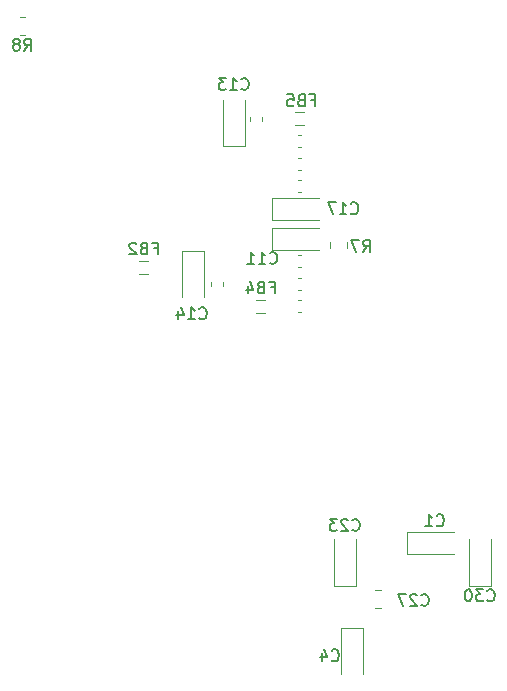
<source format=gbr>
%TF.GenerationSoftware,KiCad,Pcbnew,9.0.2+1*%
%TF.CreationDate,2025-07-26T23:59:44+01:00*%
%TF.ProjectId,ICE40HXDevBoardHDMI,49434534-3048-4584-9465-76426f617264,rev?*%
%TF.SameCoordinates,Original*%
%TF.FileFunction,Legend,Bot*%
%TF.FilePolarity,Positive*%
%FSLAX46Y46*%
G04 Gerber Fmt 4.6, Leading zero omitted, Abs format (unit mm)*
G04 Created by KiCad (PCBNEW 9.0.2+1) date 2025-07-26 23:59:44*
%MOMM*%
%LPD*%
G01*
G04 APERTURE LIST*
%ADD10C,0.150000*%
%ADD11C,0.120000*%
G04 APERTURE END LIST*
D10*
X120816666Y-119739580D02*
X120864285Y-119787200D01*
X120864285Y-119787200D02*
X121007142Y-119834819D01*
X121007142Y-119834819D02*
X121102380Y-119834819D01*
X121102380Y-119834819D02*
X121245237Y-119787200D01*
X121245237Y-119787200D02*
X121340475Y-119691961D01*
X121340475Y-119691961D02*
X121388094Y-119596723D01*
X121388094Y-119596723D02*
X121435713Y-119406247D01*
X121435713Y-119406247D02*
X121435713Y-119263390D01*
X121435713Y-119263390D02*
X121388094Y-119072914D01*
X121388094Y-119072914D02*
X121340475Y-118977676D01*
X121340475Y-118977676D02*
X121245237Y-118882438D01*
X121245237Y-118882438D02*
X121102380Y-118834819D01*
X121102380Y-118834819D02*
X121007142Y-118834819D01*
X121007142Y-118834819D02*
X120864285Y-118882438D01*
X120864285Y-118882438D02*
X120816666Y-118930057D01*
X119864285Y-119834819D02*
X120435713Y-119834819D01*
X120149999Y-119834819D02*
X120149999Y-118834819D01*
X120149999Y-118834819D02*
X120245237Y-118977676D01*
X120245237Y-118977676D02*
X120340475Y-119072914D01*
X120340475Y-119072914D02*
X120435713Y-119120533D01*
X119514857Y-126470580D02*
X119562476Y-126518200D01*
X119562476Y-126518200D02*
X119705333Y-126565819D01*
X119705333Y-126565819D02*
X119800571Y-126565819D01*
X119800571Y-126565819D02*
X119943428Y-126518200D01*
X119943428Y-126518200D02*
X120038666Y-126422961D01*
X120038666Y-126422961D02*
X120086285Y-126327723D01*
X120086285Y-126327723D02*
X120133904Y-126137247D01*
X120133904Y-126137247D02*
X120133904Y-125994390D01*
X120133904Y-125994390D02*
X120086285Y-125803914D01*
X120086285Y-125803914D02*
X120038666Y-125708676D01*
X120038666Y-125708676D02*
X119943428Y-125613438D01*
X119943428Y-125613438D02*
X119800571Y-125565819D01*
X119800571Y-125565819D02*
X119705333Y-125565819D01*
X119705333Y-125565819D02*
X119562476Y-125613438D01*
X119562476Y-125613438D02*
X119514857Y-125661057D01*
X119133904Y-125661057D02*
X119086285Y-125613438D01*
X119086285Y-125613438D02*
X118991047Y-125565819D01*
X118991047Y-125565819D02*
X118752952Y-125565819D01*
X118752952Y-125565819D02*
X118657714Y-125613438D01*
X118657714Y-125613438D02*
X118610095Y-125661057D01*
X118610095Y-125661057D02*
X118562476Y-125756295D01*
X118562476Y-125756295D02*
X118562476Y-125851533D01*
X118562476Y-125851533D02*
X118610095Y-125994390D01*
X118610095Y-125994390D02*
X119181523Y-126565819D01*
X119181523Y-126565819D02*
X118562476Y-126565819D01*
X118229142Y-125565819D02*
X117562476Y-125565819D01*
X117562476Y-125565819D02*
X117991047Y-126565819D01*
X106751333Y-99600009D02*
X107084666Y-99600009D01*
X107084666Y-100123819D02*
X107084666Y-99123819D01*
X107084666Y-99123819D02*
X106608476Y-99123819D01*
X105894190Y-99600009D02*
X105751333Y-99647628D01*
X105751333Y-99647628D02*
X105703714Y-99695247D01*
X105703714Y-99695247D02*
X105656095Y-99790485D01*
X105656095Y-99790485D02*
X105656095Y-99933342D01*
X105656095Y-99933342D02*
X105703714Y-100028580D01*
X105703714Y-100028580D02*
X105751333Y-100076200D01*
X105751333Y-100076200D02*
X105846571Y-100123819D01*
X105846571Y-100123819D02*
X106227523Y-100123819D01*
X106227523Y-100123819D02*
X106227523Y-99123819D01*
X106227523Y-99123819D02*
X105894190Y-99123819D01*
X105894190Y-99123819D02*
X105798952Y-99171438D01*
X105798952Y-99171438D02*
X105751333Y-99219057D01*
X105751333Y-99219057D02*
X105703714Y-99314295D01*
X105703714Y-99314295D02*
X105703714Y-99409533D01*
X105703714Y-99409533D02*
X105751333Y-99504771D01*
X105751333Y-99504771D02*
X105798952Y-99552390D01*
X105798952Y-99552390D02*
X105894190Y-99600009D01*
X105894190Y-99600009D02*
X106227523Y-99600009D01*
X104798952Y-99457152D02*
X104798952Y-100123819D01*
X105037047Y-99076200D02*
X105275142Y-99790485D01*
X105275142Y-99790485D02*
X104656095Y-99790485D01*
X110180333Y-83751009D02*
X110513666Y-83751009D01*
X110513666Y-84274819D02*
X110513666Y-83274819D01*
X110513666Y-83274819D02*
X110037476Y-83274819D01*
X109323190Y-83751009D02*
X109180333Y-83798628D01*
X109180333Y-83798628D02*
X109132714Y-83846247D01*
X109132714Y-83846247D02*
X109085095Y-83941485D01*
X109085095Y-83941485D02*
X109085095Y-84084342D01*
X109085095Y-84084342D02*
X109132714Y-84179580D01*
X109132714Y-84179580D02*
X109180333Y-84227200D01*
X109180333Y-84227200D02*
X109275571Y-84274819D01*
X109275571Y-84274819D02*
X109656523Y-84274819D01*
X109656523Y-84274819D02*
X109656523Y-83274819D01*
X109656523Y-83274819D02*
X109323190Y-83274819D01*
X109323190Y-83274819D02*
X109227952Y-83322438D01*
X109227952Y-83322438D02*
X109180333Y-83370057D01*
X109180333Y-83370057D02*
X109132714Y-83465295D01*
X109132714Y-83465295D02*
X109132714Y-83560533D01*
X109132714Y-83560533D02*
X109180333Y-83655771D01*
X109180333Y-83655771D02*
X109227952Y-83703390D01*
X109227952Y-83703390D02*
X109323190Y-83751009D01*
X109323190Y-83751009D02*
X109656523Y-83751009D01*
X108180333Y-83274819D02*
X108656523Y-83274819D01*
X108656523Y-83274819D02*
X108704142Y-83751009D01*
X108704142Y-83751009D02*
X108656523Y-83703390D01*
X108656523Y-83703390D02*
X108561285Y-83655771D01*
X108561285Y-83655771D02*
X108323190Y-83655771D01*
X108323190Y-83655771D02*
X108227952Y-83703390D01*
X108227952Y-83703390D02*
X108180333Y-83751009D01*
X108180333Y-83751009D02*
X108132714Y-83846247D01*
X108132714Y-83846247D02*
X108132714Y-84084342D01*
X108132714Y-84084342D02*
X108180333Y-84179580D01*
X108180333Y-84179580D02*
X108227952Y-84227200D01*
X108227952Y-84227200D02*
X108323190Y-84274819D01*
X108323190Y-84274819D02*
X108561285Y-84274819D01*
X108561285Y-84274819D02*
X108656523Y-84227200D01*
X108656523Y-84227200D02*
X108704142Y-84179580D01*
X100718857Y-102213580D02*
X100766476Y-102261200D01*
X100766476Y-102261200D02*
X100909333Y-102308819D01*
X100909333Y-102308819D02*
X101004571Y-102308819D01*
X101004571Y-102308819D02*
X101147428Y-102261200D01*
X101147428Y-102261200D02*
X101242666Y-102165961D01*
X101242666Y-102165961D02*
X101290285Y-102070723D01*
X101290285Y-102070723D02*
X101337904Y-101880247D01*
X101337904Y-101880247D02*
X101337904Y-101737390D01*
X101337904Y-101737390D02*
X101290285Y-101546914D01*
X101290285Y-101546914D02*
X101242666Y-101451676D01*
X101242666Y-101451676D02*
X101147428Y-101356438D01*
X101147428Y-101356438D02*
X101004571Y-101308819D01*
X101004571Y-101308819D02*
X100909333Y-101308819D01*
X100909333Y-101308819D02*
X100766476Y-101356438D01*
X100766476Y-101356438D02*
X100718857Y-101404057D01*
X99766476Y-102308819D02*
X100337904Y-102308819D01*
X100052190Y-102308819D02*
X100052190Y-101308819D01*
X100052190Y-101308819D02*
X100147428Y-101451676D01*
X100147428Y-101451676D02*
X100242666Y-101546914D01*
X100242666Y-101546914D02*
X100337904Y-101594533D01*
X98909333Y-101642152D02*
X98909333Y-102308819D01*
X99147428Y-101261200D02*
X99385523Y-101975485D01*
X99385523Y-101975485D02*
X98766476Y-101975485D01*
X85891666Y-79574819D02*
X86224999Y-79098628D01*
X86463094Y-79574819D02*
X86463094Y-78574819D01*
X86463094Y-78574819D02*
X86082142Y-78574819D01*
X86082142Y-78574819D02*
X85986904Y-78622438D01*
X85986904Y-78622438D02*
X85939285Y-78670057D01*
X85939285Y-78670057D02*
X85891666Y-78765295D01*
X85891666Y-78765295D02*
X85891666Y-78908152D01*
X85891666Y-78908152D02*
X85939285Y-79003390D01*
X85939285Y-79003390D02*
X85986904Y-79051009D01*
X85986904Y-79051009D02*
X86082142Y-79098628D01*
X86082142Y-79098628D02*
X86463094Y-79098628D01*
X85320237Y-79003390D02*
X85415475Y-78955771D01*
X85415475Y-78955771D02*
X85463094Y-78908152D01*
X85463094Y-78908152D02*
X85510713Y-78812914D01*
X85510713Y-78812914D02*
X85510713Y-78765295D01*
X85510713Y-78765295D02*
X85463094Y-78670057D01*
X85463094Y-78670057D02*
X85415475Y-78622438D01*
X85415475Y-78622438D02*
X85320237Y-78574819D01*
X85320237Y-78574819D02*
X85129761Y-78574819D01*
X85129761Y-78574819D02*
X85034523Y-78622438D01*
X85034523Y-78622438D02*
X84986904Y-78670057D01*
X84986904Y-78670057D02*
X84939285Y-78765295D01*
X84939285Y-78765295D02*
X84939285Y-78812914D01*
X84939285Y-78812914D02*
X84986904Y-78908152D01*
X84986904Y-78908152D02*
X85034523Y-78955771D01*
X85034523Y-78955771D02*
X85129761Y-79003390D01*
X85129761Y-79003390D02*
X85320237Y-79003390D01*
X85320237Y-79003390D02*
X85415475Y-79051009D01*
X85415475Y-79051009D02*
X85463094Y-79098628D01*
X85463094Y-79098628D02*
X85510713Y-79193866D01*
X85510713Y-79193866D02*
X85510713Y-79384342D01*
X85510713Y-79384342D02*
X85463094Y-79479580D01*
X85463094Y-79479580D02*
X85415475Y-79527200D01*
X85415475Y-79527200D02*
X85320237Y-79574819D01*
X85320237Y-79574819D02*
X85129761Y-79574819D01*
X85129761Y-79574819D02*
X85034523Y-79527200D01*
X85034523Y-79527200D02*
X84986904Y-79479580D01*
X84986904Y-79479580D02*
X84939285Y-79384342D01*
X84939285Y-79384342D02*
X84939285Y-79193866D01*
X84939285Y-79193866D02*
X84986904Y-79098628D01*
X84986904Y-79098628D02*
X85034523Y-79051009D01*
X85034523Y-79051009D02*
X85129761Y-79003390D01*
X104274857Y-82782580D02*
X104322476Y-82830200D01*
X104322476Y-82830200D02*
X104465333Y-82877819D01*
X104465333Y-82877819D02*
X104560571Y-82877819D01*
X104560571Y-82877819D02*
X104703428Y-82830200D01*
X104703428Y-82830200D02*
X104798666Y-82734961D01*
X104798666Y-82734961D02*
X104846285Y-82639723D01*
X104846285Y-82639723D02*
X104893904Y-82449247D01*
X104893904Y-82449247D02*
X104893904Y-82306390D01*
X104893904Y-82306390D02*
X104846285Y-82115914D01*
X104846285Y-82115914D02*
X104798666Y-82020676D01*
X104798666Y-82020676D02*
X104703428Y-81925438D01*
X104703428Y-81925438D02*
X104560571Y-81877819D01*
X104560571Y-81877819D02*
X104465333Y-81877819D01*
X104465333Y-81877819D02*
X104322476Y-81925438D01*
X104322476Y-81925438D02*
X104274857Y-81973057D01*
X103322476Y-82877819D02*
X103893904Y-82877819D01*
X103608190Y-82877819D02*
X103608190Y-81877819D01*
X103608190Y-81877819D02*
X103703428Y-82020676D01*
X103703428Y-82020676D02*
X103798666Y-82115914D01*
X103798666Y-82115914D02*
X103893904Y-82163533D01*
X102989142Y-81877819D02*
X102370095Y-81877819D01*
X102370095Y-81877819D02*
X102703428Y-82258771D01*
X102703428Y-82258771D02*
X102560571Y-82258771D01*
X102560571Y-82258771D02*
X102465333Y-82306390D01*
X102465333Y-82306390D02*
X102417714Y-82354009D01*
X102417714Y-82354009D02*
X102370095Y-82449247D01*
X102370095Y-82449247D02*
X102370095Y-82687342D01*
X102370095Y-82687342D02*
X102417714Y-82782580D01*
X102417714Y-82782580D02*
X102465333Y-82830200D01*
X102465333Y-82830200D02*
X102560571Y-82877819D01*
X102560571Y-82877819D02*
X102846285Y-82877819D01*
X102846285Y-82877819D02*
X102941523Y-82830200D01*
X102941523Y-82830200D02*
X102989142Y-82782580D01*
X111926666Y-131169580D02*
X111974285Y-131217200D01*
X111974285Y-131217200D02*
X112117142Y-131264819D01*
X112117142Y-131264819D02*
X112212380Y-131264819D01*
X112212380Y-131264819D02*
X112355237Y-131217200D01*
X112355237Y-131217200D02*
X112450475Y-131121961D01*
X112450475Y-131121961D02*
X112498094Y-131026723D01*
X112498094Y-131026723D02*
X112545713Y-130836247D01*
X112545713Y-130836247D02*
X112545713Y-130693390D01*
X112545713Y-130693390D02*
X112498094Y-130502914D01*
X112498094Y-130502914D02*
X112450475Y-130407676D01*
X112450475Y-130407676D02*
X112355237Y-130312438D01*
X112355237Y-130312438D02*
X112212380Y-130264819D01*
X112212380Y-130264819D02*
X112117142Y-130264819D01*
X112117142Y-130264819D02*
X111974285Y-130312438D01*
X111974285Y-130312438D02*
X111926666Y-130360057D01*
X111069523Y-130598152D02*
X111069523Y-131264819D01*
X111307618Y-130217200D02*
X111545713Y-130931485D01*
X111545713Y-130931485D02*
X110926666Y-130931485D01*
X106687857Y-97514580D02*
X106735476Y-97562200D01*
X106735476Y-97562200D02*
X106878333Y-97609819D01*
X106878333Y-97609819D02*
X106973571Y-97609819D01*
X106973571Y-97609819D02*
X107116428Y-97562200D01*
X107116428Y-97562200D02*
X107211666Y-97466961D01*
X107211666Y-97466961D02*
X107259285Y-97371723D01*
X107259285Y-97371723D02*
X107306904Y-97181247D01*
X107306904Y-97181247D02*
X107306904Y-97038390D01*
X107306904Y-97038390D02*
X107259285Y-96847914D01*
X107259285Y-96847914D02*
X107211666Y-96752676D01*
X107211666Y-96752676D02*
X107116428Y-96657438D01*
X107116428Y-96657438D02*
X106973571Y-96609819D01*
X106973571Y-96609819D02*
X106878333Y-96609819D01*
X106878333Y-96609819D02*
X106735476Y-96657438D01*
X106735476Y-96657438D02*
X106687857Y-96705057D01*
X105735476Y-97609819D02*
X106306904Y-97609819D01*
X106021190Y-97609819D02*
X106021190Y-96609819D01*
X106021190Y-96609819D02*
X106116428Y-96752676D01*
X106116428Y-96752676D02*
X106211666Y-96847914D01*
X106211666Y-96847914D02*
X106306904Y-96895533D01*
X104783095Y-97609819D02*
X105354523Y-97609819D01*
X105068809Y-97609819D02*
X105068809Y-96609819D01*
X105068809Y-96609819D02*
X105164047Y-96752676D01*
X105164047Y-96752676D02*
X105259285Y-96847914D01*
X105259285Y-96847914D02*
X105354523Y-96895533D01*
X113672857Y-120120580D02*
X113720476Y-120168200D01*
X113720476Y-120168200D02*
X113863333Y-120215819D01*
X113863333Y-120215819D02*
X113958571Y-120215819D01*
X113958571Y-120215819D02*
X114101428Y-120168200D01*
X114101428Y-120168200D02*
X114196666Y-120072961D01*
X114196666Y-120072961D02*
X114244285Y-119977723D01*
X114244285Y-119977723D02*
X114291904Y-119787247D01*
X114291904Y-119787247D02*
X114291904Y-119644390D01*
X114291904Y-119644390D02*
X114244285Y-119453914D01*
X114244285Y-119453914D02*
X114196666Y-119358676D01*
X114196666Y-119358676D02*
X114101428Y-119263438D01*
X114101428Y-119263438D02*
X113958571Y-119215819D01*
X113958571Y-119215819D02*
X113863333Y-119215819D01*
X113863333Y-119215819D02*
X113720476Y-119263438D01*
X113720476Y-119263438D02*
X113672857Y-119311057D01*
X113291904Y-119311057D02*
X113244285Y-119263438D01*
X113244285Y-119263438D02*
X113149047Y-119215819D01*
X113149047Y-119215819D02*
X112910952Y-119215819D01*
X112910952Y-119215819D02*
X112815714Y-119263438D01*
X112815714Y-119263438D02*
X112768095Y-119311057D01*
X112768095Y-119311057D02*
X112720476Y-119406295D01*
X112720476Y-119406295D02*
X112720476Y-119501533D01*
X112720476Y-119501533D02*
X112768095Y-119644390D01*
X112768095Y-119644390D02*
X113339523Y-120215819D01*
X113339523Y-120215819D02*
X112720476Y-120215819D01*
X112387142Y-119215819D02*
X111768095Y-119215819D01*
X111768095Y-119215819D02*
X112101428Y-119596771D01*
X112101428Y-119596771D02*
X111958571Y-119596771D01*
X111958571Y-119596771D02*
X111863333Y-119644390D01*
X111863333Y-119644390D02*
X111815714Y-119692009D01*
X111815714Y-119692009D02*
X111768095Y-119787247D01*
X111768095Y-119787247D02*
X111768095Y-120025342D01*
X111768095Y-120025342D02*
X111815714Y-120120580D01*
X111815714Y-120120580D02*
X111863333Y-120168200D01*
X111863333Y-120168200D02*
X111958571Y-120215819D01*
X111958571Y-120215819D02*
X112244285Y-120215819D01*
X112244285Y-120215819D02*
X112339523Y-120168200D01*
X112339523Y-120168200D02*
X112387142Y-120120580D01*
X96845333Y-96298009D02*
X97178666Y-96298009D01*
X97178666Y-96821819D02*
X97178666Y-95821819D01*
X97178666Y-95821819D02*
X96702476Y-95821819D01*
X95988190Y-96298009D02*
X95845333Y-96345628D01*
X95845333Y-96345628D02*
X95797714Y-96393247D01*
X95797714Y-96393247D02*
X95750095Y-96488485D01*
X95750095Y-96488485D02*
X95750095Y-96631342D01*
X95750095Y-96631342D02*
X95797714Y-96726580D01*
X95797714Y-96726580D02*
X95845333Y-96774200D01*
X95845333Y-96774200D02*
X95940571Y-96821819D01*
X95940571Y-96821819D02*
X96321523Y-96821819D01*
X96321523Y-96821819D02*
X96321523Y-95821819D01*
X96321523Y-95821819D02*
X95988190Y-95821819D01*
X95988190Y-95821819D02*
X95892952Y-95869438D01*
X95892952Y-95869438D02*
X95845333Y-95917057D01*
X95845333Y-95917057D02*
X95797714Y-96012295D01*
X95797714Y-96012295D02*
X95797714Y-96107533D01*
X95797714Y-96107533D02*
X95845333Y-96202771D01*
X95845333Y-96202771D02*
X95892952Y-96250390D01*
X95892952Y-96250390D02*
X95988190Y-96298009D01*
X95988190Y-96298009D02*
X96321523Y-96298009D01*
X95369142Y-95917057D02*
X95321523Y-95869438D01*
X95321523Y-95869438D02*
X95226285Y-95821819D01*
X95226285Y-95821819D02*
X94988190Y-95821819D01*
X94988190Y-95821819D02*
X94892952Y-95869438D01*
X94892952Y-95869438D02*
X94845333Y-95917057D01*
X94845333Y-95917057D02*
X94797714Y-96012295D01*
X94797714Y-96012295D02*
X94797714Y-96107533D01*
X94797714Y-96107533D02*
X94845333Y-96250390D01*
X94845333Y-96250390D02*
X95416761Y-96821819D01*
X95416761Y-96821819D02*
X94797714Y-96821819D01*
X125102857Y-126089580D02*
X125150476Y-126137200D01*
X125150476Y-126137200D02*
X125293333Y-126184819D01*
X125293333Y-126184819D02*
X125388571Y-126184819D01*
X125388571Y-126184819D02*
X125531428Y-126137200D01*
X125531428Y-126137200D02*
X125626666Y-126041961D01*
X125626666Y-126041961D02*
X125674285Y-125946723D01*
X125674285Y-125946723D02*
X125721904Y-125756247D01*
X125721904Y-125756247D02*
X125721904Y-125613390D01*
X125721904Y-125613390D02*
X125674285Y-125422914D01*
X125674285Y-125422914D02*
X125626666Y-125327676D01*
X125626666Y-125327676D02*
X125531428Y-125232438D01*
X125531428Y-125232438D02*
X125388571Y-125184819D01*
X125388571Y-125184819D02*
X125293333Y-125184819D01*
X125293333Y-125184819D02*
X125150476Y-125232438D01*
X125150476Y-125232438D02*
X125102857Y-125280057D01*
X124769523Y-125184819D02*
X124150476Y-125184819D01*
X124150476Y-125184819D02*
X124483809Y-125565771D01*
X124483809Y-125565771D02*
X124340952Y-125565771D01*
X124340952Y-125565771D02*
X124245714Y-125613390D01*
X124245714Y-125613390D02*
X124198095Y-125661009D01*
X124198095Y-125661009D02*
X124150476Y-125756247D01*
X124150476Y-125756247D02*
X124150476Y-125994342D01*
X124150476Y-125994342D02*
X124198095Y-126089580D01*
X124198095Y-126089580D02*
X124245714Y-126137200D01*
X124245714Y-126137200D02*
X124340952Y-126184819D01*
X124340952Y-126184819D02*
X124626666Y-126184819D01*
X124626666Y-126184819D02*
X124721904Y-126137200D01*
X124721904Y-126137200D02*
X124769523Y-126089580D01*
X123531428Y-125184819D02*
X123436190Y-125184819D01*
X123436190Y-125184819D02*
X123340952Y-125232438D01*
X123340952Y-125232438D02*
X123293333Y-125280057D01*
X123293333Y-125280057D02*
X123245714Y-125375295D01*
X123245714Y-125375295D02*
X123198095Y-125565771D01*
X123198095Y-125565771D02*
X123198095Y-125803866D01*
X123198095Y-125803866D02*
X123245714Y-125994342D01*
X123245714Y-125994342D02*
X123293333Y-126089580D01*
X123293333Y-126089580D02*
X123340952Y-126137200D01*
X123340952Y-126137200D02*
X123436190Y-126184819D01*
X123436190Y-126184819D02*
X123531428Y-126184819D01*
X123531428Y-126184819D02*
X123626666Y-126137200D01*
X123626666Y-126137200D02*
X123674285Y-126089580D01*
X123674285Y-126089580D02*
X123721904Y-125994342D01*
X123721904Y-125994342D02*
X123769523Y-125803866D01*
X123769523Y-125803866D02*
X123769523Y-125565771D01*
X123769523Y-125565771D02*
X123721904Y-125375295D01*
X123721904Y-125375295D02*
X123674285Y-125280057D01*
X123674285Y-125280057D02*
X123626666Y-125232438D01*
X123626666Y-125232438D02*
X123531428Y-125184819D01*
X114593666Y-96593819D02*
X114926999Y-96117628D01*
X115165094Y-96593819D02*
X115165094Y-95593819D01*
X115165094Y-95593819D02*
X114784142Y-95593819D01*
X114784142Y-95593819D02*
X114688904Y-95641438D01*
X114688904Y-95641438D02*
X114641285Y-95689057D01*
X114641285Y-95689057D02*
X114593666Y-95784295D01*
X114593666Y-95784295D02*
X114593666Y-95927152D01*
X114593666Y-95927152D02*
X114641285Y-96022390D01*
X114641285Y-96022390D02*
X114688904Y-96070009D01*
X114688904Y-96070009D02*
X114784142Y-96117628D01*
X114784142Y-96117628D02*
X115165094Y-96117628D01*
X114260332Y-95593819D02*
X113593666Y-95593819D01*
X113593666Y-95593819D02*
X114022237Y-96593819D01*
X113545857Y-93323580D02*
X113593476Y-93371200D01*
X113593476Y-93371200D02*
X113736333Y-93418819D01*
X113736333Y-93418819D02*
X113831571Y-93418819D01*
X113831571Y-93418819D02*
X113974428Y-93371200D01*
X113974428Y-93371200D02*
X114069666Y-93275961D01*
X114069666Y-93275961D02*
X114117285Y-93180723D01*
X114117285Y-93180723D02*
X114164904Y-92990247D01*
X114164904Y-92990247D02*
X114164904Y-92847390D01*
X114164904Y-92847390D02*
X114117285Y-92656914D01*
X114117285Y-92656914D02*
X114069666Y-92561676D01*
X114069666Y-92561676D02*
X113974428Y-92466438D01*
X113974428Y-92466438D02*
X113831571Y-92418819D01*
X113831571Y-92418819D02*
X113736333Y-92418819D01*
X113736333Y-92418819D02*
X113593476Y-92466438D01*
X113593476Y-92466438D02*
X113545857Y-92514057D01*
X112593476Y-93418819D02*
X113164904Y-93418819D01*
X112879190Y-93418819D02*
X112879190Y-92418819D01*
X112879190Y-92418819D02*
X112974428Y-92561676D01*
X112974428Y-92561676D02*
X113069666Y-92656914D01*
X113069666Y-92656914D02*
X113164904Y-92704533D01*
X112260142Y-92418819D02*
X111593476Y-92418819D01*
X111593476Y-92418819D02*
X112022047Y-93418819D01*
D11*
%TO.C,C19*%
X109360580Y-90549000D02*
X109079420Y-90549000D01*
X109360580Y-91569000D02*
X109079420Y-91569000D01*
%TO.C,C1*%
X118340000Y-120350000D02*
X118340000Y-122220000D01*
X118340000Y-122220000D02*
X122250000Y-122220000D01*
X122250000Y-120350000D02*
X118340000Y-120350000D01*
%TO.C,C27*%
X115562748Y-125249000D02*
X116085252Y-125249000D01*
X115562748Y-126719000D02*
X116085252Y-126719000D01*
%TO.C,FB4*%
X105518378Y-100659000D02*
X106317622Y-100659000D01*
X105518378Y-101779000D02*
X106317622Y-101779000D01*
%TO.C,FB5*%
X109619622Y-84784000D02*
X108820378Y-84784000D01*
X109619622Y-85904000D02*
X108820378Y-85904000D01*
%TO.C,C14*%
X99268000Y-96496000D02*
X99268000Y-100406000D01*
X101138000Y-96496000D02*
X99268000Y-96496000D01*
X101138000Y-100406000D02*
X101138000Y-96496000D01*
%TO.C,R8*%
X85952064Y-76735000D02*
X85497936Y-76735000D01*
X85952064Y-78205000D02*
X85497936Y-78205000D01*
%TO.C,C12*%
X109360580Y-98804000D02*
X109079420Y-98804000D01*
X109360580Y-99824000D02*
X109079420Y-99824000D01*
%TO.C,C13*%
X102697000Y-83744000D02*
X102697000Y-87654000D01*
X102697000Y-87654000D02*
X104567000Y-87654000D01*
X104567000Y-87654000D02*
X104567000Y-83744000D01*
%TO.C,C4*%
X112690000Y-128420000D02*
X112690000Y-132330000D01*
X114560000Y-128420000D02*
X112690000Y-128420000D01*
X114560000Y-132330000D02*
X114560000Y-128420000D01*
%TO.C,C22*%
X109360580Y-86739000D02*
X109079420Y-86739000D01*
X109360580Y-87759000D02*
X109079420Y-87759000D01*
%TO.C,C16*%
X105027000Y-85203420D02*
X105027000Y-85484580D01*
X106047000Y-85203420D02*
X106047000Y-85484580D01*
%TO.C,C11*%
X106910000Y-94569000D02*
X106910000Y-96439000D01*
X106910000Y-96439000D02*
X110820000Y-96439000D01*
X110820000Y-94569000D02*
X106910000Y-94569000D01*
%TO.C,C23*%
X112095000Y-120955000D02*
X112095000Y-124865000D01*
X112095000Y-124865000D02*
X113965000Y-124865000D01*
X113965000Y-124865000D02*
X113965000Y-120955000D01*
%TO.C,FB2*%
X95612378Y-97357000D02*
X96411622Y-97357000D01*
X95612378Y-98477000D02*
X96411622Y-98477000D01*
%TO.C,C15*%
X101725000Y-99454580D02*
X101725000Y-99173420D01*
X102745000Y-99454580D02*
X102745000Y-99173420D01*
%TO.C,C30*%
X123525000Y-120955000D02*
X123525000Y-124865000D01*
X123525000Y-124865000D02*
X125395000Y-124865000D01*
X125395000Y-124865000D02*
X125395000Y-120955000D01*
%TO.C,C18*%
X109360580Y-88644000D02*
X109079420Y-88644000D01*
X109360580Y-89664000D02*
X109079420Y-89664000D01*
%TO.C,C20*%
X109360580Y-96899000D02*
X109079420Y-96899000D01*
X109360580Y-97919000D02*
X109079420Y-97919000D01*
%TO.C,R7*%
X111787000Y-96239064D02*
X111787000Y-95784936D01*
X113257000Y-96239064D02*
X113257000Y-95784936D01*
%TO.C,C17*%
X106910000Y-92029000D02*
X106910000Y-93899000D01*
X106910000Y-93899000D02*
X110820000Y-93899000D01*
X110820000Y-92029000D02*
X106910000Y-92029000D01*
%TO.C,C21*%
X109360580Y-100709000D02*
X109079420Y-100709000D01*
X109360580Y-101729000D02*
X109079420Y-101729000D01*
%TD*%
M02*

</source>
